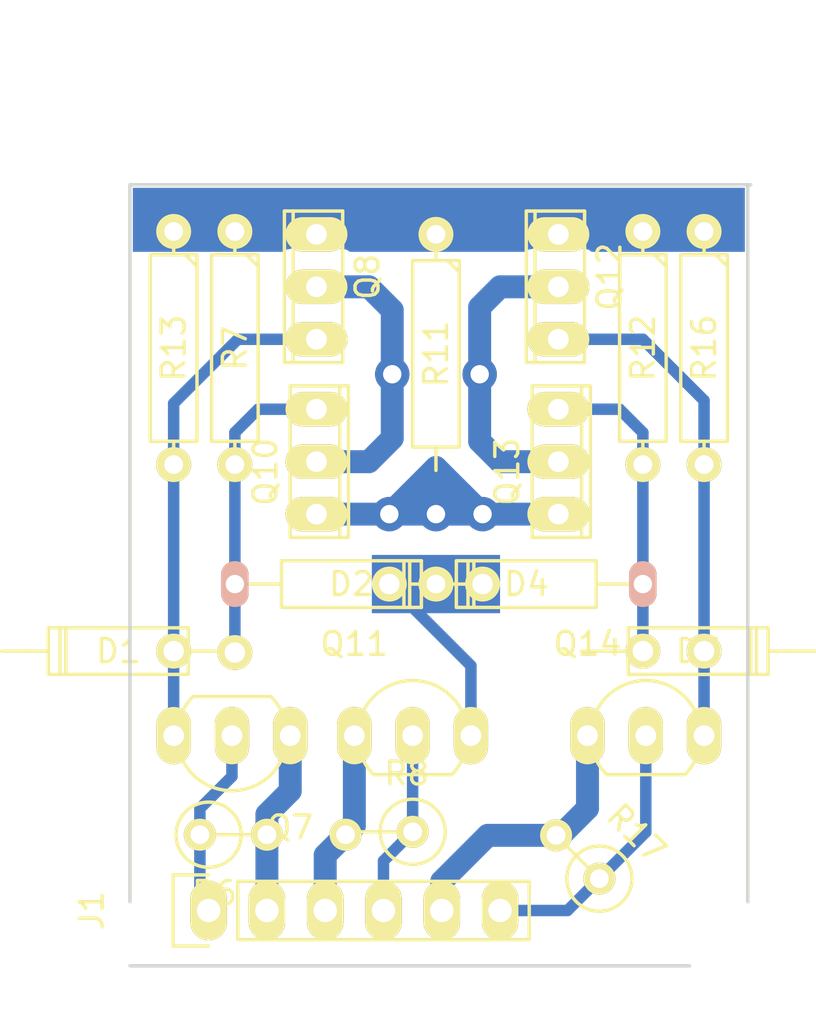
<source format=kicad_pcb>
(kicad_pcb (version 4) (host pcbnew 4.0.6)

  (general
    (links 39)
    (no_connects 3)
    (area 72.473999 34.012952 112.057001 82.398333)
    (thickness 1.6)
    (drawings 4)
    (tracks 94)
    (zones 0)
    (modules 20)
    (nets 13)
  )

  (page A4)
  (layers
    (0 F.Cu signal)
    (31 B.Cu signal)
    (32 B.Adhes user)
    (33 F.Adhes user)
    (34 B.Paste user)
    (35 F.Paste user)
    (36 B.SilkS user)
    (37 F.SilkS user)
    (38 B.Mask user)
    (39 F.Mask user)
    (40 Dwgs.User user)
    (41 Cmts.User user)
    (42 Eco1.User user)
    (43 Eco2.User user)
    (44 Edge.Cuts user)
    (45 Margin user)
    (46 B.CrtYd user)
    (47 F.CrtYd user)
    (48 B.Fab user)
    (49 F.Fab user)
  )

  (setup
    (last_trace_width 0.5)
    (trace_clearance 0.5)
    (zone_clearance 0)
    (zone_45_only no)
    (trace_min 0.2)
    (segment_width 0.2)
    (edge_width 0.15)
    (via_size 1.2)
    (via_drill 0.8)
    (via_min_size 0.4)
    (via_min_drill 0.3)
    (uvia_size 0.3)
    (uvia_drill 0.1)
    (uvias_allowed no)
    (uvia_min_size 0.2)
    (uvia_min_drill 0.1)
    (pcb_text_width 0.3)
    (pcb_text_size 1.5 1.5)
    (mod_edge_width 0.15)
    (mod_text_size 1 1)
    (mod_text_width 0.15)
    (pad_size 2.5 1.5)
    (pad_drill 0.9)
    (pad_to_mask_clearance 0.2)
    (solder_mask_min_width 0.3)
    (aux_axis_origin 0 0)
    (grid_origin 90.805 164.465)
    (visible_elements FFFFF77F)
    (pcbplotparams
      (layerselection 0x00030_80000001)
      (usegerberextensions false)
      (excludeedgelayer true)
      (linewidth 0.100000)
      (plotframeref false)
      (viasonmask false)
      (mode 1)
      (useauxorigin false)
      (hpglpennumber 1)
      (hpglpenspeed 20)
      (hpglpendiameter 15)
      (hpglpenoverlay 2)
      (psnegative false)
      (psa4output false)
      (plotreference true)
      (plotvalue true)
      (plotinvisibletext false)
      (padsonsilk false)
      (subtractmaskfromsilk false)
      (outputformat 5)
      (mirror false)
      (drillshape 1)
      (scaleselection 1)
      (outputdirectory output/))
  )

  (net 0 "")
  (net 1 GND)
  (net 2 /VIN_MOTOR)
  (net 3 /M2_EN)
  (net 4 /M2_R)
  (net 5 /M2_OUT_R)
  (net 6 /M2_OUT_L)
  (net 7 /M2_L)
  (net 8 "Net-(D1-Pad1)")
  (net 9 "Net-(D1-Pad2)")
  (net 10 "Net-(D2-Pad1)")
  (net 11 "Net-(D3-Pad1)")
  (net 12 "Net-(D3-Pad2)")

  (net_class Default "This is the default net class."
    (clearance 0.5)
    (trace_width 0.5)
    (via_dia 1.2)
    (via_drill 0.8)
    (uvia_dia 0.3)
    (uvia_drill 0.1)
    (add_net /M2_EN)
    (add_net /M2_L)
    (add_net /M2_R)
    (add_net "Net-(D1-Pad1)")
    (add_net "Net-(D1-Pad2)")
    (add_net "Net-(D2-Pad1)")
    (add_net "Net-(D3-Pad1)")
    (add_net "Net-(D3-Pad2)")
  )

  (net_class mot ""
    (clearance 2)
    (trace_width 2)
    (via_dia 1.4)
    (via_drill 1)
    (uvia_dia 0.3)
    (uvia_drill 0.1)
  )

  (net_class pwr ""
    (clearance 1)
    (trace_width 1)
    (via_dia 1.5)
    (via_drill 0.8)
    (uvia_dia 0.3)
    (uvia_drill 0.1)
    (add_net /M2_OUT_L)
    (add_net /M2_OUT_R)
    (add_net /VIN_MOTOR)
    (add_net GND)
  )

  (module Discret:DO-41 (layer F.Cu) (tedit 595639EC) (tstamp 58AC5C7B)
    (at 97.409 61.341 180)
    (descr "Diode 3 pas")
    (tags "DIODE DEV")
    (path /5895E95A)
    (fp_text reference D4 (at 0 0 180) (layer F.SilkS)
      (effects (font (size 1 1) (thickness 0.15)))
    )
    (fp_text value D (at 0 0 180) (layer F.Fab)
      (effects (font (size 1 1) (thickness 0.15)))
    )
    (fp_line (start -3.81 0) (end -5.08 0) (layer F.SilkS) (width 0.15))
    (fp_line (start 3.81 0) (end 5.08 0) (layer F.SilkS) (width 0.15))
    (fp_line (start 3.81 0) (end 3.048 0) (layer F.SilkS) (width 0.15))
    (fp_line (start 3.048 0) (end 3.048 -1.016) (layer F.SilkS) (width 0.15))
    (fp_line (start 3.048 -1.016) (end -3.048 -1.016) (layer F.SilkS) (width 0.15))
    (fp_line (start -3.048 -1.016) (end -3.048 0) (layer F.SilkS) (width 0.15))
    (fp_line (start -3.048 0) (end -3.81 0) (layer F.SilkS) (width 0.15))
    (fp_line (start -3.048 0) (end -3.048 1.016) (layer F.SilkS) (width 0.15))
    (fp_line (start -3.048 1.016) (end 3.048 1.016) (layer F.SilkS) (width 0.15))
    (fp_line (start 3.048 1.016) (end 3.048 0) (layer F.SilkS) (width 0.15))
    (fp_line (start 2.54 -1.016) (end 2.54 1.016) (layer F.SilkS) (width 0.15))
    (fp_line (start 2.286 1.016) (end 2.286 -1.016) (layer F.SilkS) (width 0.15))
    (pad 1 thru_hole circle (at 5.969 0 180) (size 1.524 1.524) (drill 0.889) (layers *.Cu *.Mask F.SilkS)
      (net 10 "Net-(D2-Pad1)"))
    (pad 2 thru_hole oval (at -5.08 0) (size 1.2 2) (drill 0.8) (layers *.Cu *.Mask B.SilkS)
      (net 12 "Net-(D3-Pad2)"))
  )

  (module Discret:DO-41 (layer F.Cu) (tedit 5954CAF6) (tstamp 58AC5C69)
    (at 79.629 64.262 180)
    (descr "Diode 3 pas")
    (tags "DIODE DEV")
    (path /5895349F)
    (fp_text reference D1 (at 0 0 180) (layer F.SilkS)
      (effects (font (size 1 1) (thickness 0.15)))
    )
    (fp_text value D (at 0 0 180) (layer F.Fab)
      (effects (font (size 1 1) (thickness 0.15)))
    )
    (fp_line (start -3.81 0) (end -5.08 0) (layer F.SilkS) (width 0.15))
    (fp_line (start 3.81 0) (end 5.08 0) (layer F.SilkS) (width 0.15))
    (fp_line (start 3.81 0) (end 3.048 0) (layer F.SilkS) (width 0.15))
    (fp_line (start 3.048 0) (end 3.048 -1.016) (layer F.SilkS) (width 0.15))
    (fp_line (start 3.048 -1.016) (end -3.048 -1.016) (layer F.SilkS) (width 0.15))
    (fp_line (start -3.048 -1.016) (end -3.048 0) (layer F.SilkS) (width 0.15))
    (fp_line (start -3.048 0) (end -3.81 0) (layer F.SilkS) (width 0.15))
    (fp_line (start -3.048 0) (end -3.048 1.016) (layer F.SilkS) (width 0.15))
    (fp_line (start -3.048 1.016) (end 3.048 1.016) (layer F.SilkS) (width 0.15))
    (fp_line (start 3.048 1.016) (end 3.048 0) (layer F.SilkS) (width 0.15))
    (fp_line (start 2.54 -1.016) (end 2.54 1.016) (layer F.SilkS) (width 0.15))
    (fp_line (start 2.286 1.016) (end 2.286 -1.016) (layer F.SilkS) (width 0.15))
    (pad 1 thru_hole circle (at -2.413 0 180) (size 1.524 1.524) (drill 0.889) (layers *.Cu *.Mask F.SilkS)
      (net 8 "Net-(D1-Pad1)"))
    (pad 2 thru_hole circle (at -5.08 -0.0635 180) (size 1.524 1.524) (drill 0.889) (layers *.Cu *.Mask F.SilkS)
      (net 9 "Net-(D1-Pad2)"))
  )

  (module Discret:DO-41 (layer F.Cu) (tedit 595639F4) (tstamp 58AC5C6F)
    (at 89.789 61.341)
    (descr "Diode 3 pas")
    (tags "DIODE DEV")
    (path /58953890)
    (fp_text reference D2 (at 0 0) (layer F.SilkS)
      (effects (font (size 1 1) (thickness 0.15)))
    )
    (fp_text value D (at 0 0) (layer F.Fab)
      (effects (font (size 1 1) (thickness 0.15)))
    )
    (fp_line (start -3.81 0) (end -5.08 0) (layer F.SilkS) (width 0.15))
    (fp_line (start 3.81 0) (end 5.08 0) (layer F.SilkS) (width 0.15))
    (fp_line (start 3.81 0) (end 3.048 0) (layer F.SilkS) (width 0.15))
    (fp_line (start 3.048 0) (end 3.048 -1.016) (layer F.SilkS) (width 0.15))
    (fp_line (start 3.048 -1.016) (end -3.048 -1.016) (layer F.SilkS) (width 0.15))
    (fp_line (start -3.048 -1.016) (end -3.048 0) (layer F.SilkS) (width 0.15))
    (fp_line (start -3.048 0) (end -3.81 0) (layer F.SilkS) (width 0.15))
    (fp_line (start -3.048 0) (end -3.048 1.016) (layer F.SilkS) (width 0.15))
    (fp_line (start -3.048 1.016) (end 3.048 1.016) (layer F.SilkS) (width 0.15))
    (fp_line (start 3.048 1.016) (end 3.048 0) (layer F.SilkS) (width 0.15))
    (fp_line (start 2.54 -1.016) (end 2.54 1.016) (layer F.SilkS) (width 0.15))
    (fp_line (start 2.286 1.016) (end 2.286 -1.016) (layer F.SilkS) (width 0.15))
    (pad 1 thru_hole circle (at 5.715 0) (size 1.524 1.524) (drill 0.889) (layers *.Cu *.Mask F.SilkS)
      (net 10 "Net-(D2-Pad1)"))
    (pad 2 thru_hole oval (at -5.08 0 180) (size 1.2 2) (drill 0.8) (layers *.Cu *.Mask B.SilkS)
      (net 9 "Net-(D1-Pad2)"))
  )

  (module Discret:DO-41 (layer F.Cu) (tedit 59563737) (tstamp 58AC5C75)
    (at 104.902 64.262)
    (descr "Diode 3 pas")
    (tags "DIODE DEV")
    (path /5895E5B7)
    (fp_text reference D3 (at 0 0) (layer F.SilkS)
      (effects (font (size 1 1) (thickness 0.15)))
    )
    (fp_text value D (at 0 0) (layer F.Fab)
      (effects (font (size 1 1) (thickness 0.15)))
    )
    (fp_line (start -3.81 0) (end -5.08 0) (layer F.SilkS) (width 0.15))
    (fp_line (start 3.81 0) (end 5.08 0) (layer F.SilkS) (width 0.15))
    (fp_line (start 3.81 0) (end 3.048 0) (layer F.SilkS) (width 0.15))
    (fp_line (start 3.048 0) (end 3.048 -1.016) (layer F.SilkS) (width 0.15))
    (fp_line (start 3.048 -1.016) (end -3.048 -1.016) (layer F.SilkS) (width 0.15))
    (fp_line (start -3.048 -1.016) (end -3.048 0) (layer F.SilkS) (width 0.15))
    (fp_line (start -3.048 0) (end -3.81 0) (layer F.SilkS) (width 0.15))
    (fp_line (start -3.048 0) (end -3.048 1.016) (layer F.SilkS) (width 0.15))
    (fp_line (start -3.048 1.016) (end 3.048 1.016) (layer F.SilkS) (width 0.15))
    (fp_line (start 3.048 1.016) (end 3.048 0) (layer F.SilkS) (width 0.15))
    (fp_line (start 2.54 -1.016) (end 2.54 1.016) (layer F.SilkS) (width 0.15))
    (fp_line (start 2.286 1.016) (end 2.286 -1.016) (layer F.SilkS) (width 0.15))
    (pad 1 thru_hole circle (at 0.254 0) (size 1.524 1.524) (drill 0.889) (layers *.Cu *.Mask F.SilkS)
      (net 11 "Net-(D3-Pad1)"))
    (pad 2 thru_hole circle (at -2.413 0) (size 1.524 1.524) (drill 0.889) (layers *.Cu *.Mask F.SilkS)
      (net 12 "Net-(D3-Pad2)"))
  )

  (module TO_SOT_Packages_THT:TO-251AA (layer F.Cu) (tedit 59562F76) (tstamp 58AC5C9D)
    (at 88.265 50.673 90)
    (descr "IPAK / TO-251AA 3-lead THT package")
    (tags "ipak to-251aa to-251")
    (path /58896153)
    (fp_text reference Q8 (at 2.725 2.225 270) (layer F.SilkS)
      (effects (font (size 1 1) (thickness 0.15)))
    )
    (fp_text value IRFU9024N (at 10.287 -0.254 270) (layer F.Fab)
      (effects (font (size 1 1) (thickness 0.15)))
    )
    (fp_line (start 5.8 -1.6) (end 5.8 1.4) (layer F.CrtYd) (width 0.05))
    (fp_line (start -1.3 -1.6) (end -1.3 1.4) (layer F.CrtYd) (width 0.05))
    (fp_line (start -1.3 1.4) (end 5.8 1.4) (layer F.CrtYd) (width 0.05))
    (fp_line (start -1.3 -1.6) (end 5.8 -1.6) (layer F.CrtYd) (width 0.05))
    (fp_line (start 5.588 -1.016) (end -1.016 -1.016) (layer F.SilkS) (width 0.15))
    (fp_line (start 5.588 0) (end 5.588 -1.397) (layer F.SilkS) (width 0.15))
    (fp_line (start 5.588 -1.397) (end -1.016 -1.397) (layer F.SilkS) (width 0.15))
    (fp_line (start -1.016 -1.397) (end -1.016 1.143) (layer F.SilkS) (width 0.15))
    (fp_line (start -1.016 1.143) (end 5.588 1.143) (layer F.SilkS) (width 0.15))
    (fp_line (start 5.588 1.143) (end 5.588 0) (layer F.SilkS) (width 0.15))
    (pad 2 thru_hole oval (at 2.286 0 270) (size 1.5 2.7) (drill 0.9) (layers *.Cu *.Mask F.SilkS)
      (net 6 /M2_OUT_L))
    (pad 3 thru_hole oval (at 4.572 0 270) (size 1.5 2.7) (drill 0.9) (layers *.Cu *.Mask F.SilkS)
      (net 2 /VIN_MOTOR))
    (pad 1 thru_hole oval (at 0 0 270) (size 1.5 2.7) (drill 0.9) (layers *.Cu *.Mask F.SilkS)
      (net 8 "Net-(D1-Pad1)"))
  )

  (module TO_SOT_Packages_THT:TO-251AA (layer F.Cu) (tedit 59562F8F) (tstamp 58AC5CA4)
    (at 88.265 53.721 270)
    (descr "IPAK / TO-251AA 3-lead THT package")
    (tags "ipak to-251aa to-251")
    (path /5889615F)
    (fp_text reference Q10 (at 2.725 2.225 450) (layer F.SilkS)
      (effects (font (size 1 1) (thickness 0.15)))
    )
    (fp_text value IRLU024N (at 2.025 -2.375 450) (layer F.Fab)
      (effects (font (size 1 1) (thickness 0.15)))
    )
    (fp_line (start 5.8 -1.6) (end 5.8 1.4) (layer F.CrtYd) (width 0.05))
    (fp_line (start -1.3 -1.6) (end -1.3 1.4) (layer F.CrtYd) (width 0.05))
    (fp_line (start -1.3 1.4) (end 5.8 1.4) (layer F.CrtYd) (width 0.05))
    (fp_line (start -1.3 -1.6) (end 5.8 -1.6) (layer F.CrtYd) (width 0.05))
    (fp_line (start 5.588 -1.016) (end -1.016 -1.016) (layer F.SilkS) (width 0.15))
    (fp_line (start 5.588 0) (end 5.588 -1.397) (layer F.SilkS) (width 0.15))
    (fp_line (start 5.588 -1.397) (end -1.016 -1.397) (layer F.SilkS) (width 0.15))
    (fp_line (start -1.016 -1.397) (end -1.016 1.143) (layer F.SilkS) (width 0.15))
    (fp_line (start -1.016 1.143) (end 5.588 1.143) (layer F.SilkS) (width 0.15))
    (fp_line (start 5.588 1.143) (end 5.588 0) (layer F.SilkS) (width 0.15))
    (pad 2 thru_hole oval (at 2.286 0 90) (size 1.5 2.7) (drill 0.9) (layers *.Cu *.Mask F.SilkS)
      (net 6 /M2_OUT_L))
    (pad 3 thru_hole oval (at 4.572 0 90) (size 1.5 2.7) (drill 0.9) (layers *.Cu *.Mask F.SilkS)
      (net 1 GND))
    (pad 1 thru_hole oval (at 0 0 90) (size 1.5 2.7) (drill 0.9) (layers *.Cu *.Mask F.SilkS)
      (net 9 "Net-(D1-Pad2)"))
  )

  (module TO_SOT_Packages_THT:TO-251AA (layer F.Cu) (tedit 59562F80) (tstamp 58AC5CB2)
    (at 98.806 50.673 90)
    (descr "IPAK / TO-251AA 3-lead THT package")
    (tags "ipak to-251aa to-251")
    (path /58896159)
    (fp_text reference Q12 (at 2.725 2.225 270) (layer F.SilkS)
      (effects (font (size 1 1) (thickness 0.15)))
    )
    (fp_text value IRFU9024N (at 10.541 0.127 270) (layer F.Fab)
      (effects (font (size 1 1) (thickness 0.15)))
    )
    (fp_line (start 5.8 -1.6) (end 5.8 1.4) (layer F.CrtYd) (width 0.05))
    (fp_line (start -1.3 -1.6) (end -1.3 1.4) (layer F.CrtYd) (width 0.05))
    (fp_line (start -1.3 1.4) (end 5.8 1.4) (layer F.CrtYd) (width 0.05))
    (fp_line (start -1.3 -1.6) (end 5.8 -1.6) (layer F.CrtYd) (width 0.05))
    (fp_line (start 5.588 -1.016) (end -1.016 -1.016) (layer F.SilkS) (width 0.15))
    (fp_line (start 5.588 0) (end 5.588 -1.397) (layer F.SilkS) (width 0.15))
    (fp_line (start 5.588 -1.397) (end -1.016 -1.397) (layer F.SilkS) (width 0.15))
    (fp_line (start -1.016 -1.397) (end -1.016 1.143) (layer F.SilkS) (width 0.15))
    (fp_line (start -1.016 1.143) (end 5.588 1.143) (layer F.SilkS) (width 0.15))
    (fp_line (start 5.588 1.143) (end 5.588 0) (layer F.SilkS) (width 0.15))
    (pad 2 thru_hole oval (at 2.286 0 270) (size 1.5 2.7) (drill 0.9) (layers *.Cu *.Mask F.SilkS)
      (net 5 /M2_OUT_R))
    (pad 3 thru_hole oval (at 4.572 0 270) (size 1.5 2.7) (drill 0.9) (layers *.Cu *.Mask F.SilkS)
      (net 2 /VIN_MOTOR))
    (pad 1 thru_hole oval (at 0 0 270) (size 1.5 2.7) (drill 0.9) (layers *.Cu *.Mask F.SilkS)
      (net 11 "Net-(D3-Pad1)"))
  )

  (module TO_SOT_Packages_THT:TO-251AA (layer F.Cu) (tedit 59562F99) (tstamp 58AC5CB9)
    (at 98.806 53.721 270)
    (descr "IPAK / TO-251AA 3-lead THT package")
    (tags "ipak to-251aa to-251")
    (path /58896165)
    (fp_text reference Q13 (at 2.725 2.225 450) (layer F.SilkS)
      (effects (font (size 1 1) (thickness 0.15)))
    )
    (fp_text value IRLU024N (at 2.413 2.286 450) (layer F.Fab)
      (effects (font (size 1 1) (thickness 0.15)))
    )
    (fp_line (start 5.8 -1.6) (end 5.8 1.4) (layer F.CrtYd) (width 0.05))
    (fp_line (start -1.3 -1.6) (end -1.3 1.4) (layer F.CrtYd) (width 0.05))
    (fp_line (start -1.3 1.4) (end 5.8 1.4) (layer F.CrtYd) (width 0.05))
    (fp_line (start -1.3 -1.6) (end 5.8 -1.6) (layer F.CrtYd) (width 0.05))
    (fp_line (start 5.588 -1.016) (end -1.016 -1.016) (layer F.SilkS) (width 0.15))
    (fp_line (start 5.588 0) (end 5.588 -1.397) (layer F.SilkS) (width 0.15))
    (fp_line (start 5.588 -1.397) (end -1.016 -1.397) (layer F.SilkS) (width 0.15))
    (fp_line (start -1.016 -1.397) (end -1.016 1.143) (layer F.SilkS) (width 0.15))
    (fp_line (start -1.016 1.143) (end 5.588 1.143) (layer F.SilkS) (width 0.15))
    (fp_line (start 5.588 1.143) (end 5.588 0) (layer F.SilkS) (width 0.15))
    (pad 2 thru_hole oval (at 2.286 0 90) (size 1.5 2.7) (drill 0.9) (layers *.Cu *.Mask F.SilkS)
      (net 5 /M2_OUT_R))
    (pad 3 thru_hole oval (at 4.572 0 90) (size 1.5 2.7) (drill 0.9) (layers *.Cu *.Mask F.SilkS)
      (net 1 GND))
    (pad 1 thru_hole oval (at 0 0 90) (size 1.5 2.7) (drill 0.9) (layers *.Cu *.Mask F.SilkS)
      (net 12 "Net-(D3-Pad2)"))
  )

  (module Discret:R4 (layer F.Cu) (tedit 0) (tstamp 58AC6A0E)
    (at 84.709 51.054 270)
    (descr "Resitance 4 pas")
    (tags R)
    (path /5889617A)
    (fp_text reference R7 (at 0 0 270) (layer F.SilkS)
      (effects (font (size 1 1) (thickness 0.15)))
    )
    (fp_text value 10K (at 0 0 270) (layer F.Fab)
      (effects (font (size 1 1) (thickness 0.15)))
    )
    (fp_line (start -5.08 0) (end -4.064 0) (layer F.SilkS) (width 0.15))
    (fp_line (start -4.064 0) (end -4.064 -1.016) (layer F.SilkS) (width 0.15))
    (fp_line (start -4.064 -1.016) (end 4.064 -1.016) (layer F.SilkS) (width 0.15))
    (fp_line (start 4.064 -1.016) (end 4.064 1.016) (layer F.SilkS) (width 0.15))
    (fp_line (start 4.064 1.016) (end -4.064 1.016) (layer F.SilkS) (width 0.15))
    (fp_line (start -4.064 1.016) (end -4.064 0) (layer F.SilkS) (width 0.15))
    (fp_line (start -4.064 -0.508) (end -3.556 -1.016) (layer F.SilkS) (width 0.15))
    (fp_line (start 5.08 0) (end 4.064 0) (layer F.SilkS) (width 0.15))
    (pad 1 thru_hole circle (at -5.08 0 270) (size 1.524 1.524) (drill 0.8128) (layers *.Cu *.Mask F.SilkS)
      (net 2 /VIN_MOTOR))
    (pad 2 thru_hole circle (at 5.08 0 270) (size 1.524 1.524) (drill 0.8128) (layers *.Cu *.Mask F.SilkS)
      (net 9 "Net-(D1-Pad2)"))
    (model Discret.3dshapes/R4.wrl
      (at (xyz 0 0 0))
      (scale (xyz 0.4 0.4 0.4))
      (rotate (xyz 0 0 0))
    )
  )

  (module Discret:R4 (layer F.Cu) (tedit 595635AD) (tstamp 58AC6A1D)
    (at 93.472 51.308 270)
    (descr "Resitance 4 pas")
    (tags R)
    (path /58956B2F)
    (fp_text reference R11 (at 0 0 270) (layer F.SilkS)
      (effects (font (size 1 1) (thickness 0.15)))
    )
    (fp_text value 10K (at 0 0 270) (layer F.Fab)
      (effects (font (size 1 1) (thickness 0.15)))
    )
    (fp_line (start -5.08 0) (end -4.064 0) (layer F.SilkS) (width 0.15))
    (fp_line (start -4.064 0) (end -4.064 -1.016) (layer F.SilkS) (width 0.15))
    (fp_line (start -4.064 -1.016) (end 4.064 -1.016) (layer F.SilkS) (width 0.15))
    (fp_line (start 4.064 -1.016) (end 4.064 1.016) (layer F.SilkS) (width 0.15))
    (fp_line (start 4.064 1.016) (end -4.064 1.016) (layer F.SilkS) (width 0.15))
    (fp_line (start -4.064 1.016) (end -4.064 0) (layer F.SilkS) (width 0.15))
    (fp_line (start -4.064 -0.508) (end -3.556 -1.016) (layer F.SilkS) (width 0.15))
    (fp_line (start 5.08 0) (end 4.064 0) (layer F.SilkS) (width 0.15))
    (pad 1 thru_hole circle (at -5.207 0 270) (size 1.524 1.524) (drill 0.8128) (layers *.Cu *.Mask F.SilkS)
      (net 2 /VIN_MOTOR))
    (pad 2 thru_hole circle (at 10.033 0 270) (size 1.524 1.524) (drill 0.8128) (layers *.Cu *.Mask F.SilkS)
      (net 10 "Net-(D2-Pad1)"))
    (model Discret.3dshapes/R4.wrl
      (at (xyz 0 0 0))
      (scale (xyz 0.4 0.4 0.4))
      (rotate (xyz 0 0 0))
    )
  )

  (module Discret:R4 (layer F.Cu) (tedit 0) (tstamp 58AC6A22)
    (at 102.489 51.054 270)
    (descr "Resitance 4 pas")
    (tags R)
    (path /58896173)
    (fp_text reference R12 (at 0 0 270) (layer F.SilkS)
      (effects (font (size 1 1) (thickness 0.15)))
    )
    (fp_text value 10K (at 0 0 270) (layer F.Fab)
      (effects (font (size 1 1) (thickness 0.15)))
    )
    (fp_line (start -5.08 0) (end -4.064 0) (layer F.SilkS) (width 0.15))
    (fp_line (start -4.064 0) (end -4.064 -1.016) (layer F.SilkS) (width 0.15))
    (fp_line (start -4.064 -1.016) (end 4.064 -1.016) (layer F.SilkS) (width 0.15))
    (fp_line (start 4.064 -1.016) (end 4.064 1.016) (layer F.SilkS) (width 0.15))
    (fp_line (start 4.064 1.016) (end -4.064 1.016) (layer F.SilkS) (width 0.15))
    (fp_line (start -4.064 1.016) (end -4.064 0) (layer F.SilkS) (width 0.15))
    (fp_line (start -4.064 -0.508) (end -3.556 -1.016) (layer F.SilkS) (width 0.15))
    (fp_line (start 5.08 0) (end 4.064 0) (layer F.SilkS) (width 0.15))
    (pad 1 thru_hole circle (at -5.08 0 270) (size 1.524 1.524) (drill 0.8128) (layers *.Cu *.Mask F.SilkS)
      (net 2 /VIN_MOTOR))
    (pad 2 thru_hole circle (at 5.08 0 270) (size 1.524 1.524) (drill 0.8128) (layers *.Cu *.Mask F.SilkS)
      (net 12 "Net-(D3-Pad2)"))
    (model Discret.3dshapes/R4.wrl
      (at (xyz 0 0 0))
      (scale (xyz 0.4 0.4 0.4))
      (rotate (xyz 0 0 0))
    )
  )

  (module Discret:R4 (layer F.Cu) (tedit 0) (tstamp 58AC6A27)
    (at 82.042 51.054 270)
    (descr "Resitance 4 pas")
    (tags R)
    (path /5895668B)
    (fp_text reference R13 (at 0 0 270) (layer F.SilkS)
      (effects (font (size 1 1) (thickness 0.15)))
    )
    (fp_text value 10K (at 0 0 270) (layer F.Fab)
      (effects (font (size 1 1) (thickness 0.15)))
    )
    (fp_line (start -5.08 0) (end -4.064 0) (layer F.SilkS) (width 0.15))
    (fp_line (start -4.064 0) (end -4.064 -1.016) (layer F.SilkS) (width 0.15))
    (fp_line (start -4.064 -1.016) (end 4.064 -1.016) (layer F.SilkS) (width 0.15))
    (fp_line (start 4.064 -1.016) (end 4.064 1.016) (layer F.SilkS) (width 0.15))
    (fp_line (start 4.064 1.016) (end -4.064 1.016) (layer F.SilkS) (width 0.15))
    (fp_line (start -4.064 1.016) (end -4.064 0) (layer F.SilkS) (width 0.15))
    (fp_line (start -4.064 -0.508) (end -3.556 -1.016) (layer F.SilkS) (width 0.15))
    (fp_line (start 5.08 0) (end 4.064 0) (layer F.SilkS) (width 0.15))
    (pad 1 thru_hole circle (at -5.08 0 270) (size 1.524 1.524) (drill 0.8128) (layers *.Cu *.Mask F.SilkS)
      (net 2 /VIN_MOTOR))
    (pad 2 thru_hole circle (at 5.08 0 270) (size 1.524 1.524) (drill 0.8128) (layers *.Cu *.Mask F.SilkS)
      (net 8 "Net-(D1-Pad1)"))
    (model Discret.3dshapes/R4.wrl
      (at (xyz 0 0 0))
      (scale (xyz 0.4 0.4 0.4))
      (rotate (xyz 0 0 0))
    )
  )

  (module Discret:R1 (layer F.Cu) (tedit 59563B6E) (tstamp 58AC8D33)
    (at 91.186 72.136 180)
    (descr "Resistance verticale")
    (tags R)
    (path /5895A83E)
    (fp_text reference R8 (at -1.016 2.54 180) (layer F.SilkS)
      (effects (font (size 1 1) (thickness 0.15)))
    )
    (fp_text value 10K (at -1.143 2.54 180) (layer F.Fab)
      (effects (font (size 1 1) (thickness 0.15)))
    )
    (fp_line (start -1.27 0) (end 1.27 0) (layer F.SilkS) (width 0.15))
    (fp_circle (center -1.27 0) (end -0.635 1.27) (layer F.SilkS) (width 0.15))
    (pad 1 thru_hole circle (at -1.27 0 180) (size 1.397 1.397) (drill 0.8128) (layers *.Cu *.Mask F.SilkS)
      (net 3 /M2_EN))
    (pad 2 thru_hole circle (at 1.651 -0.127 180) (size 1.397 1.397) (drill 0.8128) (layers *.Cu *.Mask F.SilkS)
      (net 1 GND))
    (model Discret.3dshapes/R1.wrl
      (at (xyz 0 0 0))
      (scale (xyz 1 1 1))
      (rotate (xyz 0 0 0))
    )
  )

  (module Discret:R1 (layer F.Cu) (tedit 58ACA6F3) (tstamp 58AC90CF)
    (at 99.695 73.279 135)
    (descr "Resistance verticale")
    (tags R)
    (path /5895FF0B)
    (fp_text reference R17 (at -1.016 2.54 135) (layer F.SilkS)
      (effects (font (size 1 1) (thickness 0.15)))
    )
    (fp_text value 10K (at -1.143 2.54 135) (layer F.Fab)
      (effects (font (size 1 1) (thickness 0.15)))
    )
    (fp_line (start -1.27 0) (end 1.27 0) (layer F.SilkS) (width 0.15))
    (fp_circle (center -1.27 0) (end -0.635 1.27) (layer F.SilkS) (width 0.15))
    (pad 1 thru_hole circle (at -1.27 0 135) (size 1.397 1.397) (drill 0.8128) (layers *.Cu *.Mask F.SilkS)
      (net 4 /M2_R))
    (pad 2 thru_hole circle (at 1.397 0 135) (size 1.397 1.397) (drill 0.8128) (layers *.Cu *.Mask F.SilkS)
      (net 1 GND))
    (model Discret.3dshapes/R1.wrl
      (at (xyz 0 0 0))
      (scale (xyz 1 1 1))
      (rotate (xyz 0 0 0))
    )
  )

  (module Discret:R1 (layer F.Cu) (tedit 59563B3E) (tstamp 58AC92F3)
    (at 84.836 72.263)
    (descr "Resistance verticale")
    (tags R)
    (path /5895ABC1)
    (fp_text reference R6 (at -1.016 2.54) (layer F.SilkS)
      (effects (font (size 1 1) (thickness 0.15)))
    )
    (fp_text value 10K (at -1.143 2.54) (layer F.Fab)
      (effects (font (size 1 1) (thickness 0.15)))
    )
    (fp_line (start -1.27 0) (end 1.27 0) (layer F.SilkS) (width 0.15))
    (fp_circle (center -1.27 0) (end -0.635 1.27) (layer F.SilkS) (width 0.15))
    (pad 1 thru_hole circle (at -1.651 0) (size 1.397 1.397) (drill 0.8128) (layers *.Cu *.Mask F.SilkS)
      (net 7 /M2_L))
    (pad 2 thru_hole circle (at 1.27 0) (size 1.397 1.397) (drill 0.8128) (layers *.Cu *.Mask F.SilkS)
      (net 1 GND))
    (model Discret.3dshapes/R1.wrl
      (at (xyz 0 0 0))
      (scale (xyz 1 1 1))
      (rotate (xyz 0 0 0))
    )
  )

  (module Pin_Headers:Pin_Header_Straight_1x06 (layer F.Cu) (tedit 5953A143) (tstamp 5953A142)
    (at 83.566 75.565 90)
    (descr "Through hole pin header")
    (tags "pin header")
    (path /5953AFBA)
    (fp_text reference J1 (at 0 -5.1 90) (layer F.SilkS)
      (effects (font (size 1 1) (thickness 0.15)))
    )
    (fp_text value CONN_01X06 (at 0 -3.1 90) (layer F.Fab)
      (effects (font (size 1 1) (thickness 0.15)))
    )
    (fp_line (start -1.75 -1.75) (end -1.75 14.45) (layer F.CrtYd) (width 0.05))
    (fp_line (start 1.75 -1.75) (end 1.75 14.45) (layer F.CrtYd) (width 0.05))
    (fp_line (start -1.75 -1.75) (end 1.75 -1.75) (layer F.CrtYd) (width 0.05))
    (fp_line (start -1.75 14.45) (end 1.75 14.45) (layer F.CrtYd) (width 0.05))
    (fp_line (start 1.27 1.27) (end 1.27 13.97) (layer F.SilkS) (width 0.15))
    (fp_line (start 1.27 13.97) (end -1.27 13.97) (layer F.SilkS) (width 0.15))
    (fp_line (start -1.27 13.97) (end -1.27 1.27) (layer F.SilkS) (width 0.15))
    (fp_line (start 1.55 -1.55) (end 1.55 0) (layer F.SilkS) (width 0.15))
    (fp_line (start 1.27 1.27) (end -1.27 1.27) (layer F.SilkS) (width 0.15))
    (fp_line (start -1.55 0) (end -1.55 -1.55) (layer F.SilkS) (width 0.15))
    (fp_line (start -1.55 -1.55) (end 1.55 -1.55) (layer F.SilkS) (width 0.15))
    (pad 1 thru_hole oval (at 0 0 90) (size 2.6 1.6) (drill 1.016) (layers *.Cu *.Mask F.SilkS)
      (net 7 /M2_L))
    (pad 2 thru_hole oval (at 0 2.54 90) (size 2.6 1.6) (drill 1.016) (layers *.Cu *.Mask F.SilkS)
      (net 1 GND))
    (pad 3 thru_hole oval (at 0 5.08 90) (size 2.6 1.6) (drill 1.016) (layers *.Cu *.Mask F.SilkS)
      (net 1 GND))
    (pad 4 thru_hole oval (at 0 7.62 90) (size 2.6 1.6) (drill 1.016) (layers *.Cu *.Mask F.SilkS)
      (net 3 /M2_EN))
    (pad 5 thru_hole oval (at 0 10.16 90) (size 2.6 1.6) (drill 1.016) (layers *.Cu *.Mask F.SilkS)
      (net 1 GND))
    (pad 6 thru_hole oval (at 0 12.7 90) (size 2.6 1.6) (drill 1.016) (layers *.Cu *.Mask F.SilkS)
      (net 4 /M2_R))
    (model Pin_Headers.3dshapes/Pin_Header_Straight_1x06.wrl
      (at (xyz 0 -0.25 0))
      (scale (xyz 1 1 1))
      (rotate (xyz 0 0 90))
    )
  )

  (module TO_SOT_Packages_THT:TO-92_Inline_Wide (layer F.Cu) (tedit 59563023) (tstamp 59562ECA)
    (at 87.122 67.945 180)
    (descr "TO-92 leads in-line, wide, drill 0.8mm (see NXP sot054_po.pdf)")
    (tags "to-92 sc-43 sc-43a sot54 PA33 transistor")
    (path /5895A373)
    (fp_text reference Q7 (at 0 -4 360) (layer F.SilkS)
      (effects (font (size 1 1) (thickness 0.15)))
    )
    (fp_text value Q_NMOS_SGD (at 0 3 180) (layer F.Fab)
      (effects (font (size 1 1) (thickness 0.15)))
    )
    (fp_arc (start 2.54 0) (end 0.84 1.7) (angle 20.5) (layer F.SilkS) (width 0.15))
    (fp_arc (start 2.54 0) (end 4.24 1.7) (angle -20.5) (layer F.SilkS) (width 0.15))
    (fp_line (start -1 1.95) (end -1 -2.65) (layer F.CrtYd) (width 0.05))
    (fp_line (start -1 1.95) (end 6.1 1.95) (layer F.CrtYd) (width 0.05))
    (fp_line (start 0.84 1.7) (end 4.24 1.7) (layer F.SilkS) (width 0.15))
    (fp_arc (start 2.54 0) (end 2.54 -2.4) (angle -65.55604127) (layer F.SilkS) (width 0.15))
    (fp_arc (start 2.54 0) (end 2.54 -2.4) (angle 65.55604127) (layer F.SilkS) (width 0.15))
    (fp_line (start -1 -2.65) (end 6.1 -2.65) (layer F.CrtYd) (width 0.05))
    (fp_line (start 6.1 1.95) (end 6.1 -2.65) (layer F.CrtYd) (width 0.05))
    (pad 2 thru_hole oval (at 2.54 0 270) (size 2.5 1.5) (drill 0.9) (layers *.Cu *.Mask F.SilkS)
      (net 7 /M2_L))
    (pad 3 thru_hole oval (at 5.08 0 270) (size 2.5 1.5) (drill 0.9) (layers *.Cu *.Mask F.SilkS)
      (net 8 "Net-(D1-Pad1)"))
    (pad 1 thru_hole oval (at 0 0 270) (size 2.5 1.5) (drill 0.9) (layers *.Cu *.Mask F.SilkS)
      (net 1 GND))
    (model TO_SOT_Packages_THT.3dshapes/TO-92_Inline_Wide.wrl
      (at (xyz 0.1 0 0))
      (scale (xyz 1 1 1))
      (rotate (xyz 0 0 -90))
    )
  )

  (module TO_SOT_Packages_THT:TO-92_Inline_Wide (layer F.Cu) (tedit 5956302E) (tstamp 59562ED0)
    (at 89.916 67.945)
    (descr "TO-92 leads in-line, wide, drill 0.8mm (see NXP sot054_po.pdf)")
    (tags "to-92 sc-43 sc-43a sot54 PA33 transistor")
    (path /58956DE3)
    (fp_text reference Q11 (at 0 -4 180) (layer F.SilkS)
      (effects (font (size 1 1) (thickness 0.15)))
    )
    (fp_text value Q_NMOS_SGD (at 0 3) (layer F.Fab)
      (effects (font (size 1 1) (thickness 0.15)))
    )
    (fp_arc (start 2.54 0) (end 0.84 1.7) (angle 20.5) (layer F.SilkS) (width 0.15))
    (fp_arc (start 2.54 0) (end 4.24 1.7) (angle -20.5) (layer F.SilkS) (width 0.15))
    (fp_line (start -1 1.95) (end -1 -2.65) (layer F.CrtYd) (width 0.05))
    (fp_line (start -1 1.95) (end 6.1 1.95) (layer F.CrtYd) (width 0.05))
    (fp_line (start 0.84 1.7) (end 4.24 1.7) (layer F.SilkS) (width 0.15))
    (fp_arc (start 2.54 0) (end 2.54 -2.4) (angle -65.55604127) (layer F.SilkS) (width 0.15))
    (fp_arc (start 2.54 0) (end 2.54 -2.4) (angle 65.55604127) (layer F.SilkS) (width 0.15))
    (fp_line (start -1 -2.65) (end 6.1 -2.65) (layer F.CrtYd) (width 0.05))
    (fp_line (start 6.1 1.95) (end 6.1 -2.65) (layer F.CrtYd) (width 0.05))
    (pad 2 thru_hole oval (at 2.54 0 90) (size 2.5 1.5) (drill 0.9) (layers *.Cu *.Mask F.SilkS)
      (net 3 /M2_EN))
    (pad 3 thru_hole oval (at 5.08 0 90) (size 2.5 1.5) (drill 0.9) (layers *.Cu *.Mask F.SilkS)
      (net 10 "Net-(D2-Pad1)"))
    (pad 1 thru_hole oval (at 0 0 90) (size 2.5 1.5) (drill 0.9) (layers *.Cu *.Mask F.SilkS)
      (net 1 GND))
    (model TO_SOT_Packages_THT.3dshapes/TO-92_Inline_Wide.wrl
      (at (xyz 0.1 0 0))
      (scale (xyz 1 1 1))
      (rotate (xyz 0 0 -90))
    )
  )

  (module TO_SOT_Packages_THT:TO-92_Inline_Wide (layer F.Cu) (tedit 59563036) (tstamp 59562ED6)
    (at 100.076 67.945)
    (descr "TO-92 leads in-line, wide, drill 0.8mm (see NXP sot054_po.pdf)")
    (tags "to-92 sc-43 sc-43a sot54 PA33 transistor")
    (path /5895F95A)
    (fp_text reference Q14 (at 0 -4 180) (layer F.SilkS)
      (effects (font (size 1 1) (thickness 0.15)))
    )
    (fp_text value Q_NMOS_SGD (at 0 3) (layer F.Fab)
      (effects (font (size 1 1) (thickness 0.15)))
    )
    (fp_arc (start 2.54 0) (end 0.84 1.7) (angle 20.5) (layer F.SilkS) (width 0.15))
    (fp_arc (start 2.54 0) (end 4.24 1.7) (angle -20.5) (layer F.SilkS) (width 0.15))
    (fp_line (start -1 1.95) (end -1 -2.65) (layer F.CrtYd) (width 0.05))
    (fp_line (start -1 1.95) (end 6.1 1.95) (layer F.CrtYd) (width 0.05))
    (fp_line (start 0.84 1.7) (end 4.24 1.7) (layer F.SilkS) (width 0.15))
    (fp_arc (start 2.54 0) (end 2.54 -2.4) (angle -65.55604127) (layer F.SilkS) (width 0.15))
    (fp_arc (start 2.54 0) (end 2.54 -2.4) (angle 65.55604127) (layer F.SilkS) (width 0.15))
    (fp_line (start -1 -2.65) (end 6.1 -2.65) (layer F.CrtYd) (width 0.05))
    (fp_line (start 6.1 1.95) (end 6.1 -2.65) (layer F.CrtYd) (width 0.05))
    (pad 2 thru_hole oval (at 2.54 0 90) (size 2.5 1.5) (drill 0.9) (layers *.Cu *.Mask F.SilkS)
      (net 4 /M2_R))
    (pad 3 thru_hole oval (at 5.08 0 90) (size 2.5 1.5) (drill 0.9) (layers *.Cu *.Mask F.SilkS)
      (net 11 "Net-(D3-Pad1)"))
    (pad 1 thru_hole oval (at 0 0 90) (size 2.5 1.5) (drill 0.9) (layers *.Cu *.Mask F.SilkS)
      (net 1 GND))
    (model TO_SOT_Packages_THT.3dshapes/TO-92_Inline_Wide.wrl
      (at (xyz 0.1 0 0))
      (scale (xyz 1 1 1))
      (rotate (xyz 0 0 -90))
    )
  )

  (module Discret:R4 (layer F.Cu) (tedit 0) (tstamp 595634D7)
    (at 105.156 51.054 270)
    (descr "Resitance 4 pas")
    (tags R)
    (path /5895EFFF)
    (fp_text reference R16 (at 0 0 270) (layer F.SilkS)
      (effects (font (size 1 1) (thickness 0.15)))
    )
    (fp_text value 10K (at 0 0 270) (layer F.Fab)
      (effects (font (size 1 1) (thickness 0.15)))
    )
    (fp_line (start -5.08 0) (end -4.064 0) (layer F.SilkS) (width 0.15))
    (fp_line (start -4.064 0) (end -4.064 -1.016) (layer F.SilkS) (width 0.15))
    (fp_line (start -4.064 -1.016) (end 4.064 -1.016) (layer F.SilkS) (width 0.15))
    (fp_line (start 4.064 -1.016) (end 4.064 1.016) (layer F.SilkS) (width 0.15))
    (fp_line (start 4.064 1.016) (end -4.064 1.016) (layer F.SilkS) (width 0.15))
    (fp_line (start -4.064 1.016) (end -4.064 0) (layer F.SilkS) (width 0.15))
    (fp_line (start -4.064 -0.508) (end -3.556 -1.016) (layer F.SilkS) (width 0.15))
    (fp_line (start 5.08 0) (end 4.064 0) (layer F.SilkS) (width 0.15))
    (pad 1 thru_hole circle (at -5.08 0 270) (size 1.524 1.524) (drill 0.8128) (layers *.Cu *.Mask F.SilkS)
      (net 2 /VIN_MOTOR))
    (pad 2 thru_hole circle (at 5.08 0 270) (size 1.524 1.524) (drill 0.8128) (layers *.Cu *.Mask F.SilkS)
      (net 11 "Net-(D3-Pad1)"))
    (model Discret.3dshapes/R4.wrl
      (at (xyz 0 0 0))
      (scale (xyz 0.4 0.4 0.4))
      (rotate (xyz 0 0 0))
    )
  )

  (gr_line (start 80.137 43.942) (end 107.188 43.942) (angle 90) (layer Edge.Cuts) (width 0.15))
  (gr_line (start 107.061 75.184) (end 107.061 43.942) (angle 90) (layer Edge.Cuts) (width 0.15))
  (gr_line (start 80.137 75.184) (end 80.137 43.942) (angle 90) (layer Edge.Cuts) (width 0.15))
  (gr_line (start 104.521 77.978) (end 80.137 77.978) (angle 90) (layer Edge.Cuts) (width 0.15))

  (segment (start 92.329 57.404) (end 94.615 57.404) (width 1) (layer B.Cu) (net 1))
  (via (at 95.504 58.293) (size 1.5) (drill 0.8) (layers F.Cu B.Cu) (net 1))
  (segment (start 93.472 56.261) (end 95.504 58.293) (width 1) (layer B.Cu) (net 1) (tstamp 5956414F))
  (segment (start 98.806 58.293) (end 95.504 58.293) (width 1) (layer B.Cu) (net 1))
  (segment (start 95.504 58.293) (end 94.869 58.293) (width 1) (layer B.Cu) (net 1) (tstamp 59563A3C))
  (segment (start 94.869 58.293) (end 94.615 58.293) (width 1) (layer B.Cu) (net 1) (tstamp 595639CA))
  (segment (start 94.615 57.404) (end 95.504 58.293) (width 1) (layer B.Cu) (net 1) (tstamp 5956415D))
  (segment (start 93.472 56.261) (end 93.472 58.293) (width 1) (layer B.Cu) (net 1))
  (via (at 93.472 58.293) (size 1.5) (drill 0.8) (layers F.Cu B.Cu) (net 1))
  (segment (start 93.472 58.293) (end 93.345 58.293) (width 1) (layer B.Cu) (net 1) (tstamp 595639C0))
  (segment (start 94.615 58.293) (end 93.472 58.293) (width 1) (layer B.Cu) (net 1) (tstamp 595639A5))
  (segment (start 91.44 58.293) (end 92.329 57.404) (width 1) (layer B.Cu) (net 1))
  (segment (start 92.329 57.404) (end 93.472 56.261) (width 1) (layer B.Cu) (net 1) (tstamp 5956415B))
  (via (at 91.44 58.293) (size 1.5) (drill 0.8) (layers F.Cu B.Cu) (net 1))
  (segment (start 98.707172 72.291172) (end 98.904828 72.291172) (width 1) (layer B.Cu) (net 1))
  (segment (start 98.904828 72.291172) (end 100.076 71.12) (width 1) (layer B.Cu) (net 1) (tstamp 59563BC3))
  (segment (start 100.076 71.12) (end 100.076 67.945) (width 1) (layer B.Cu) (net 1) (tstamp 59563BC6))
  (segment (start 93.726 75.565) (end 93.726 74.295) (width 1) (layer B.Cu) (net 1))
  (segment (start 93.726 74.295) (end 95.729828 72.291172) (width 1) (layer B.Cu) (net 1) (tstamp 59563BB8))
  (segment (start 95.729828 72.291172) (end 98.707172 72.291172) (width 1) (layer B.Cu) (net 1) (tstamp 59563BC0))
  (segment (start 99.949 68.072) (end 100.076 67.945) (width 1) (layer B.Cu) (net 1) (tstamp 59563B8B))
  (segment (start 89.916 67.945) (end 89.916 71.882) (width 1) (layer B.Cu) (net 1))
  (segment (start 89.916 71.882) (end 89.535 72.263) (width 1) (layer B.Cu) (net 1) (tstamp 59563B86))
  (segment (start 88.646 75.565) (end 88.646 73.152) (width 1) (layer B.Cu) (net 1))
  (segment (start 88.646 73.152) (end 89.535 72.263) (width 1) (layer B.Cu) (net 1) (tstamp 59563B7C))
  (segment (start 86.106 72.263) (end 86.106 71.374) (width 1) (layer B.Cu) (net 1))
  (segment (start 87.122 70.358) (end 87.122 67.945) (width 1) (layer B.Cu) (net 1) (tstamp 59563B2B))
  (segment (start 86.106 71.374) (end 87.122 70.358) (width 1) (layer B.Cu) (net 1) (tstamp 59563B2A))
  (segment (start 86.106 75.565) (end 86.106 72.263) (width 1) (layer B.Cu) (net 1))
  (segment (start 89.535 72.263) (end 89.535 72.263) (width 1) (layer B.Cu) (net 1) (tstamp 59563AF1) (status 30))
  (segment (start 93.345 58.293) (end 92.329 58.293) (width 1) (layer B.Cu) (net 1) (tstamp 595639A7))
  (segment (start 92.329 58.293) (end 91.948 58.293) (width 1) (layer B.Cu) (net 1) (tstamp 595639DB))
  (segment (start 91.948 58.293) (end 91.44 58.293) (width 1) (layer B.Cu) (net 1) (tstamp 595639A8))
  (segment (start 91.44 58.293) (end 88.265 58.293) (width 1) (layer B.Cu) (net 1) (tstamp 59563A46))
  (segment (start 93.345 58.293) (end 94.615 58.293) (width 0.5) (layer B.Cu) (net 1) (tstamp 595638BB))
  (segment (start 92.202 58.293) (end 93.345 58.293) (width 0.5) (layer B.Cu) (net 1) (tstamp 595638D4))
  (segment (start 91.948 58.293) (end 92.202 58.293) (width 0.5) (layer B.Cu) (net 1) (tstamp 595638CD))
  (segment (start 88.265 58.293) (end 91.948 58.293) (width 0.5) (layer B.Cu) (net 1))
  (segment (start 98.552 58.547) (end 98.806 58.293) (width 0.5) (layer B.Cu) (net 1) (tstamp 5956365B))
  (segment (start 93.726 75.565) (end 93.726 74.803) (width 0.5) (layer B.Cu) (net 1))
  (segment (start 98.8695 58.3565) (end 98.806 58.293) (width 0.5) (layer B.Cu) (net 1) (tstamp 59539558))
  (segment (start 88.265 58.293) (end 88.646 58.293) (width 0.5) (layer B.Cu) (net 1) (tstamp 5953932A))
  (segment (start 92.456 72.136) (end 92.456 67.945) (width 0.5) (layer B.Cu) (net 3))
  (segment (start 91.186 75.565) (end 91.186 73.406) (width 0.5) (layer B.Cu) (net 3))
  (segment (start 91.186 73.406) (end 92.456 72.136) (width 0.5) (layer B.Cu) (net 3) (tstamp 595636D5))
  (segment (start 102.616 67.945) (end 102.616 72.154052) (width 0.5) (layer B.Cu) (net 4))
  (segment (start 102.616 72.154052) (end 100.593026 74.177026) (width 0.5) (layer B.Cu) (net 4) (tstamp 59563BCC))
  (segment (start 96.266 75.565) (end 99.205052 75.565) (width 0.5) (layer B.Cu) (net 4))
  (segment (start 99.205052 75.565) (end 100.593026 74.177026) (width 0.5) (layer B.Cu) (net 4) (tstamp 59563BC9))
  (via (at 95.377 52.197) (size 1.5) (drill 0.8) (layers F.Cu B.Cu) (net 5))
  (segment (start 98.806 48.387) (end 96.266 48.387) (width 1) (layer B.Cu) (net 5))
  (segment (start 96.266 56.007) (end 98.806 56.007) (width 1) (layer B.Cu) (net 5) (tstamp 59563336))
  (segment (start 95.377 55.118) (end 96.266 56.007) (width 1) (layer B.Cu) (net 5) (tstamp 5956332F))
  (segment (start 95.377 49.276) (end 95.377 52.197) (width 1) (layer B.Cu) (net 5) (tstamp 5956332D))
  (segment (start 95.377 52.197) (end 95.377 55.118) (width 1) (layer B.Cu) (net 5) (tstamp 59563418))
  (segment (start 96.266 48.387) (end 95.377 49.276) (width 1) (layer B.Cu) (net 5) (tstamp 59563329))
  (via (at 91.567 52.197) (size 1.5) (drill 0.8) (layers F.Cu B.Cu) (net 6))
  (segment (start 88.265 48.387) (end 90.551 48.387) (width 1) (layer B.Cu) (net 6))
  (segment (start 90.551 56.007) (end 88.265 56.007) (width 1) (layer B.Cu) (net 6) (tstamp 595633D5))
  (segment (start 91.567 54.991) (end 90.551 56.007) (width 1) (layer B.Cu) (net 6) (tstamp 595633CD))
  (segment (start 91.567 49.403) (end 91.567 52.197) (width 1) (layer B.Cu) (net 6) (tstamp 595633C8))
  (segment (start 91.567 52.197) (end 91.567 54.991) (width 1) (layer B.Cu) (net 6) (tstamp 595633E2))
  (segment (start 90.551 48.387) (end 91.567 49.403) (width 1) (layer B.Cu) (net 6) (tstamp 595633C4))
  (segment (start 83.185 72.263) (end 83.185 71.12) (width 0.5) (layer B.Cu) (net 7))
  (segment (start 84.582 69.723) (end 84.582 67.945) (width 0.5) (layer B.Cu) (net 7) (tstamp 59563B4B))
  (segment (start 83.185 71.12) (end 84.582 69.723) (width 0.5) (layer B.Cu) (net 7) (tstamp 59563B4A))
  (segment (start 83.185 72.263) (end 83.185 75.184) (width 0.5) (layer B.Cu) (net 7))
  (segment (start 83.185 75.184) (end 83.566 75.565) (width 0.5) (layer B.Cu) (net 7) (tstamp 59563B45))
  (segment (start 82.042 56.134) (end 82.042 53.467) (width 0.5) (layer B.Cu) (net 8))
  (segment (start 84.836 50.673) (end 88.265 50.673) (width 0.5) (layer B.Cu) (net 8) (tstamp 5956361B))
  (segment (start 82.042 53.467) (end 84.836 50.673) (width 0.5) (layer B.Cu) (net 8) (tstamp 59563619))
  (segment (start 82.042 56.134) (end 82.042 63.881) (width 0.5) (layer B.Cu) (net 8))
  (segment (start 82.042 67.183) (end 82.042 63.8175) (width 0.5) (layer B.Cu) (net 8))
  (segment (start 84.709 61.341) (end 84.709 56.134) (width 0.5) (layer B.Cu) (net 9))
  (segment (start 88.265 53.721) (end 85.725 53.721) (width 0.5) (layer B.Cu) (net 9))
  (segment (start 84.709 54.737) (end 84.709 56.134) (width 0.5) (layer B.Cu) (net 9) (tstamp 59563621))
  (segment (start 85.725 53.721) (end 84.709 54.737) (width 0.5) (layer B.Cu) (net 9) (tstamp 59563620))
  (segment (start 84.709 63.881) (end 84.709 61.5315) (width 0.5) (layer B.Cu) (net 9))
  (segment (start 94.996 67.945) (end 94.996 64.897) (width 0.5) (layer B.Cu) (net 10))
  (segment (start 94.996 64.897) (end 91.44 61.341) (width 0.5) (layer B.Cu) (net 10) (tstamp 59563A2C))
  (segment (start 105.156 67.945) (end 105.156 64.262) (width 0.5) (layer B.Cu) (net 11))
  (segment (start 105.156 56.134) (end 105.156 53.34) (width 0.5) (layer B.Cu) (net 11))
  (segment (start 102.489 50.673) (end 98.806 50.673) (width 0.5) (layer B.Cu) (net 11) (tstamp 5956374D))
  (segment (start 105.156 53.34) (end 102.489 50.673) (width 0.5) (layer B.Cu) (net 11) (tstamp 5956374B))
  (segment (start 105.156 64.262) (end 105.156 56.134) (width 0.5) (layer B.Cu) (net 11))
  (segment (start 105.156 56.388) (end 105.029 56.261) (width 0.5) (layer B.Cu) (net 11) (tstamp 59539F28))
  (segment (start 105.156 56.388) (end 105.029 56.261) (width 0.5) (layer B.Cu) (net 11) (tstamp 59539F09))
  (segment (start 105.156 56.388) (end 105.029 56.261) (width 0.5) (layer B.Cu) (net 11) (tstamp 59539EFE))
  (segment (start 102.489 61.341) (end 102.489 64.262) (width 0.5) (layer B.Cu) (net 12))
  (segment (start 102.489 56.134) (end 102.489 61.341) (width 0.5) (layer B.Cu) (net 12))
  (segment (start 98.806 53.721) (end 101.473 53.721) (width 0.5) (layer B.Cu) (net 12))
  (segment (start 102.489 54.737) (end 102.489 56.134) (width 0.5) (layer B.Cu) (net 12) (tstamp 59563753))
  (segment (start 101.473 53.721) (end 102.489 54.737) (width 0.5) (layer B.Cu) (net 12) (tstamp 59563752))
  (segment (start 102.362 56.261) (end 102.362 55.753) (width 0.5) (layer B.Cu) (net 12))

  (zone (net 2) (net_name /VIN_MOTOR) (layer B.Cu) (tstamp 59539C13) (hatch full 0.508)
    (connect_pads yes (clearance 0))
    (min_thickness 0.03)
    (fill yes (arc_segments 16) (thermal_gap 0.508) (thermal_bridge_width 0.508))
    (polygon
      (pts
        (xy 80.264 46.863) (xy 80.264 44.069) (xy 106.934 44.069) (xy 106.934 46.863)
      )
    )
    (filled_polygon
      (pts
        (xy 106.919 46.848) (xy 100.264928 46.848) (xy 100.127769 46.756353) (xy 99.452333 46.622) (xy 98.159667 46.622)
        (xy 97.484231 46.756353) (xy 97.347072 46.848) (xy 89.723928 46.848) (xy 89.586769 46.756353) (xy 88.911333 46.622)
        (xy 87.618667 46.622) (xy 86.943231 46.756353) (xy 86.806072 46.848) (xy 80.279 46.848) (xy 80.279 44.084)
        (xy 106.919 44.084)
      )
    )
  )
  (zone (net 10) (net_name "Net-(D2-Pad1)") (layer B.Cu) (tstamp 59563815) (hatch edge 0.508)
    (connect_pads yes (clearance 0))
    (min_thickness 0.03)
    (fill yes (arc_segments 16) (thermal_gap 0.508) (thermal_bridge_width 0.508))
    (polygon
      (pts
        (xy 90.678 60.071) (xy 90.678 62.611) (xy 96.266 62.611) (xy 96.266 60.071)
      )
    )
    (filled_polygon
      (pts
        (xy 96.251 62.596) (xy 90.693 62.596) (xy 90.693 60.086) (xy 96.251 60.086)
      )
    )
  )
)

</source>
